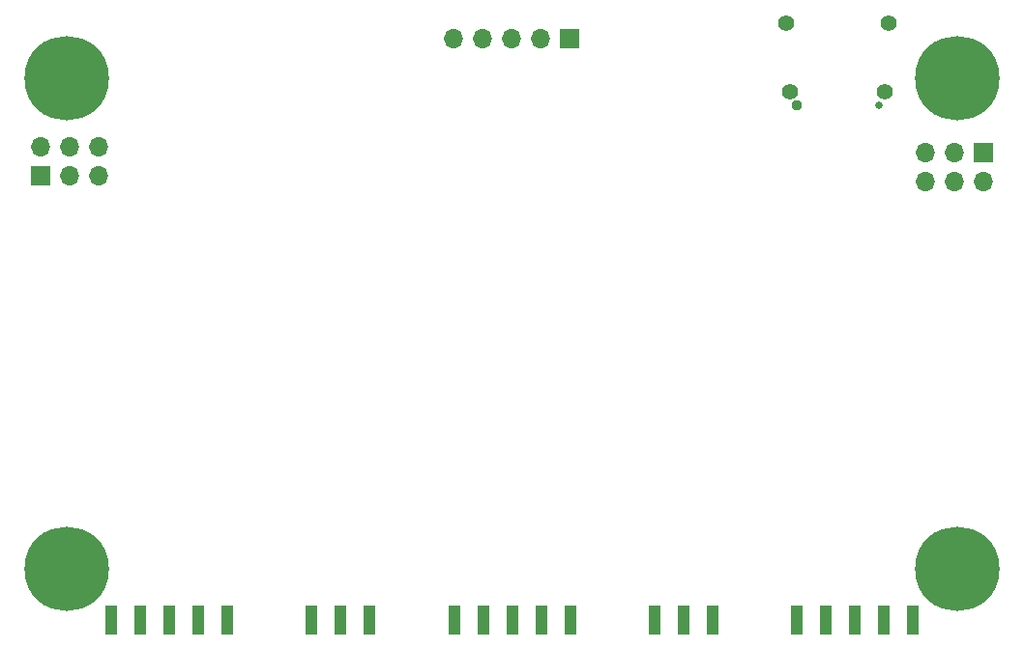
<source format=gbr>
%TF.GenerationSoftware,KiCad,Pcbnew,(6.0.0)*%
%TF.CreationDate,2022-06-06T22:40:17+03:00*%
%TF.ProjectId,basic_digital,62617369-635f-4646-9967-6974616c2e6b,rev?*%
%TF.SameCoordinates,Original*%
%TF.FileFunction,Soldermask,Bot*%
%TF.FilePolarity,Negative*%
%FSLAX46Y46*%
G04 Gerber Fmt 4.6, Leading zero omitted, Abs format (unit mm)*
G04 Created by KiCad (PCBNEW (6.0.0)) date 2022-06-06 22:40:17*
%MOMM*%
%LPD*%
G01*
G04 APERTURE LIST*
%ADD10R,1.000000X2.500000*%
%ADD11C,7.400000*%
%ADD12R,1.700000X1.700000*%
%ADD13O,1.700000X1.700000*%
%ADD14C,0.650000*%
%ADD15C,0.950000*%
%ADD16C,1.400000*%
G04 APERTURE END LIST*
D10*
%TO.C,J13*%
X124080000Y13525000D03*
X121540000Y13525000D03*
X119000000Y13525000D03*
X116460000Y13525000D03*
X113920000Y13525000D03*
%TD*%
%TO.C,J12*%
X173920000Y13525000D03*
X176460000Y13525000D03*
X179000000Y13525000D03*
X181540000Y13525000D03*
X184080000Y13525000D03*
%TD*%
D11*
%TO.C,H4*%
X188000000Y61000000D03*
%TD*%
D12*
%TO.C,J5*%
X190290000Y54540000D03*
D13*
X190290000Y52000000D03*
X187750000Y54540000D03*
X187750000Y52000000D03*
X185210000Y54540000D03*
X185210000Y52000000D03*
%TD*%
D12*
%TO.C,J2*%
X154040000Y64500000D03*
D13*
X151500000Y64500000D03*
X148960000Y64500000D03*
X146420000Y64500000D03*
X143880000Y64500000D03*
%TD*%
D14*
%TO.C,J1*%
X181100000Y58640000D03*
D15*
X173900000Y58640000D03*
D16*
X181990000Y65840000D03*
X181630000Y59890000D03*
X173370000Y59890000D03*
X173010000Y65840000D03*
%TD*%
D11*
%TO.C,H3*%
X110000000Y18000000D03*
%TD*%
D12*
%TO.C,J4*%
X107725000Y52475000D03*
D13*
X107725000Y55015000D03*
X110265000Y52475000D03*
X110265000Y55015000D03*
X112805000Y52475000D03*
X112805000Y55015000D03*
%TD*%
D11*
%TO.C,H1*%
X188000000Y18000000D03*
%TD*%
%TO.C,H2*%
X110000000Y61000000D03*
%TD*%
D10*
%TO.C,J7*%
X143920000Y13525000D03*
X146460000Y13525000D03*
X149000000Y13525000D03*
X151540000Y13525000D03*
X154080000Y13525000D03*
%TD*%
%TO.C,J11*%
X161460000Y13525000D03*
X164000000Y13525000D03*
X166540000Y13525000D03*
%TD*%
%TO.C,SW1*%
X131460000Y13525000D03*
X134000000Y13525000D03*
X136540000Y13525000D03*
%TD*%
M02*

</source>
